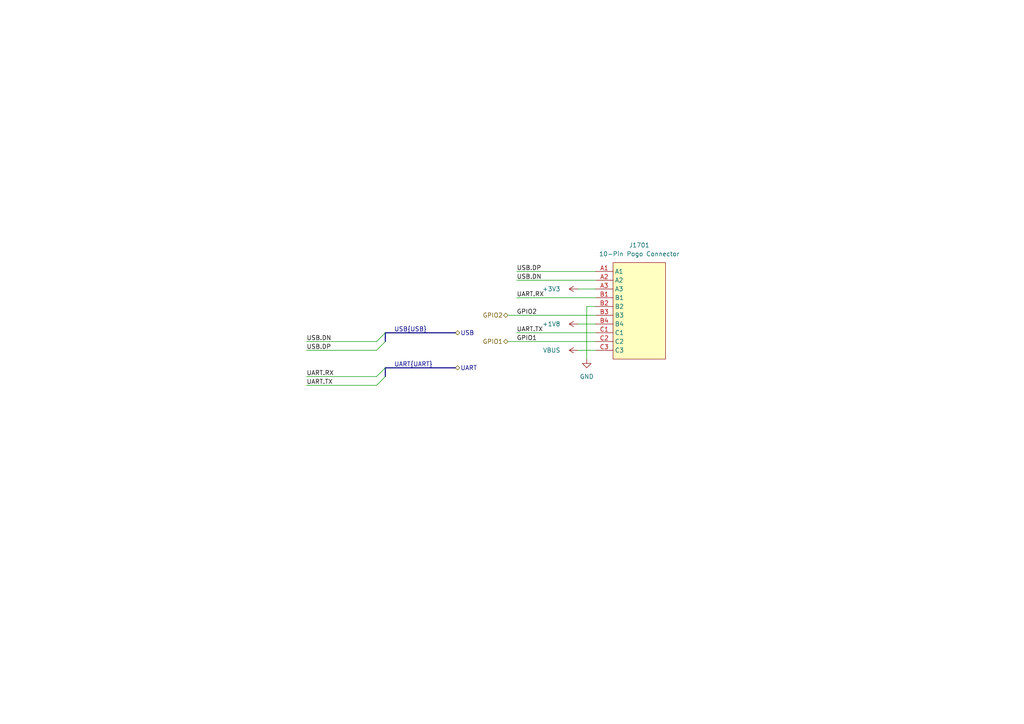
<source format=kicad_sch>
(kicad_sch (version 20230121) (generator eeschema)
  (paper "A4")
  (title_block (title "Watch Expansion Connector") (rev "1"))
  (lib_symbols
    (symbol "power:+1V8" (power) (pin_names (offset 0))
      (property "Value" "+1V8" (at 0 3.556 0))
      (symbol "+1V8_0_1"
        (polyline (pts (xy -0.762 1.27) (xy 0 2.54)))
        (polyline (pts (xy 0 0) (xy 0 2.54)))
        (polyline (pts (xy 0 2.54) (xy 0.762 1.27)))
      )
      (symbol "+1V8_1_1"
        (pin power_in line (at 0 0 90) (length 0) hide (name "+1V8") (number "1"))
      )
    )
    (symbol "power:+3V3" (power) (pin_names (offset 0))
      (property "Value" "+3V3" (at 0 3.556 0))
      (symbol "+3V3_0_1"
        (polyline (pts (xy -0.762 1.27) (xy 0 2.54)))
        (polyline (pts (xy 0 0) (xy 0 2.54)))
        (polyline (pts (xy 0 2.54) (xy 0.762 1.27)))
      )
      (symbol "+3V3_1_1"
        (pin power_in line (at 0 0 90) (length 0) hide (name "+3V3") (number "1"))
      )
    )
    (symbol "power:GND" (power) (pin_names (offset 0))
      (property "Value" "GND" (at 0 -3.81 0))
      (symbol "GND_0_1"
        (polyline (pts (xy 0 0) (xy 0 -1.27) (xy 1.27 -1.27) (xy 0 -2.54) (xy -1.27 -1.27) (xy 0 -1.27)))
      )
      (symbol "GND_1_1"
        (pin power_in line (at 0 0 270) (length 0) hide (name "GND") (number "1"))
      )
    )
    (symbol "power:VBUS" (power) (pin_names (offset 0))
      (property "Value" "VBUS" (at 0 3.81 0))
      (symbol "VBUS_0_1"
        (polyline (pts (xy -0.762 1.27) (xy 0 2.54)))
        (polyline (pts (xy 0 0) (xy 0 2.54)))
        (polyline (pts (xy 0 2.54) (xy 0.762 1.27)))
      )
      (symbol "VBUS_1_1"
        (pin power_in line (at 0 0 90) (length 0) hide (name "VBUS") (number "1"))
      )
    )
    (symbol "watch_symbols_lib:10-Pin_Pogo_Connector" (in_bom no)
      (property "Reference" "J" (at 0 17.78 0))
      (property "Value" "10-Pin Pogo Connector" (at 0 15.24 0))
      (symbol "10-Pin_Pogo_Connector_0_0"
        (pin passive line (at -12.7 10.16 0) (length 5.08) (name "A1") (number "A1"))
        (pin passive line (at -12.7 7.62 0) (length 5.08) (name "A2") (number "A2"))
        (pin passive line (at -12.7 5.08 0) (length 5.08) (name "A3") (number "A3"))
        (pin passive line (at -12.7 2.54 0) (length 5.08) (name "B1") (number "B1"))
        (pin passive line (at -12.7 0 0) (length 5.08) (name "B2") (number "B2"))
        (pin passive line (at -12.7 -2.54 0) (length 5.08) (name "B3") (number "B3"))
        (pin passive line (at -12.7 -5.08 0) (length 5.08) (name "B4") (number "B4"))
        (pin passive line (at -12.7 -7.62 0) (length 5.08) (name "C1") (number "C1"))
        (pin passive line (at -12.7 -10.16 0) (length 5.08) (name "C2") (number "C2"))
        (pin passive line (at -12.7 -12.7 0) (length 5.08) (name "C3") (number "C3"))
      )
      (symbol "10-Pin_Pogo_Connector_1_1"
        (rectangle (start -7.62 12.7) (end 7.62 -15.24) (fill (type background)))
      )
    )
  )
  (bus_entry (at 111.76 109.22) (size -2.54 2.54))
  (bus_entry (at 111.76 99.06) (size -2.54 2.54))
  (bus_entry (at 111.76 96.52) (size -2.54 2.54))
  (bus_entry (at 111.76 106.68) (size -2.54 2.54))
  (bus (pts (xy 111.76 96.52) (xy 132.08 96.52)))
  (wire (pts (xy 88.9 111.76) (xy 109.22 111.76)))
  (wire (pts (xy 172.72 78.74) (xy 149.86 78.74)))
  (bus (pts (xy 111.76 96.52) (xy 111.76 99.06)))
  (wire (pts (xy 170.18 88.9) (xy 170.18 104.14)))
  (wire (pts (xy 88.9 101.6) (xy 109.22 101.6)))
  (wire (pts (xy 149.86 86.36) (xy 172.72 86.36)))
  (wire (pts (xy 147.32 99.06) (xy 172.72 99.06)))
  (wire (pts (xy 167.64 83.82) (xy 172.72 83.82)))
  (bus (pts (xy 111.76 106.68) (xy 132.08 106.68)))
  (bus (pts (xy 111.76 106.68) (xy 111.76 109.22)))
  (wire (pts (xy 167.64 93.98) (xy 172.72 93.98)))
  (wire (pts (xy 172.72 81.28) (xy 149.86 81.28)))
  (wire (pts (xy 88.9 99.06) (xy 109.22 99.06)))
  (wire (pts (xy 149.86 96.52) (xy 172.72 96.52)))
  (wire (pts (xy 147.32 91.44) (xy 172.72 91.44)))
  (wire (pts (xy 167.64 101.6) (xy 172.72 101.6)))
  (wire (pts (xy 88.9 109.22) (xy 109.22 109.22)))
  (wire (pts (xy 170.18 88.9) (xy 172.72 88.9)))
  (label "USB.DP" (at 149.86 78.74 0))
  (label "GPIO2" (at 149.86 91.44 0))
  (label "UART.RX" (at 88.9 109.22 0))
  (label "USB.DN" (at 149.86 81.28 0))
  (label "UART{UART}" (at 114.3 106.68 0))
  (label "USB{USB}" (at 114.3 96.52 0))
  (label "UART.TX" (at 149.86 96.52 0))
  (label "UART.TX" (at 88.9 111.76 0))
  (label "GPIO1" (at 149.86 99.06 0))
  (label "UART.RX" (at 149.86 86.36 0))
  (label "USB.DN" (at 88.9 99.06 0))
  (label "USB.DP" (at 88.9 101.6 0))
  (hierarchical_label "UART" (shape bidirectional) (at 132.08 106.68 0) (property "DSI" "DSI" (effects hide)))
  (hierarchical_label "GPIO2" (shape bidirectional) (at 147.32 91.44 180))
  (hierarchical_label "GPIO1" (shape bidirectional) (at 147.32 99.06 180))
  (hierarchical_label "USB" (shape bidirectional) (at 132.08 96.52 0) (property "DSI" "DSI" (effects hide)))
  (symbol (lib_id "power:+1V8") (at 167.64 93.98 90) (unit 1)
    (property "Reference" "#PWR01703" (effects hide))
    (property "Value" "+1V8" (at 162.56 93.98 90) (effects (justify left)))
  )
  (symbol (lib_id "power:GND") (at 170.18 104.14 0) (unit 1)
    (property "Reference" "#PWR01705" (effects hide))
    (property "Value" "GND" (at 170.18 109.22 0))
  )
  (symbol (lib_id "power:+3V3") (at 167.64 83.82 90) (unit 1)
    (property "Reference" "#PWR01702" (effects hide))
    (property "Value" "+3V3" (at 162.56 83.82 90) (effects (justify left)))
  )
  (symbol (lib_id "watch_symbols_lib:10-Pin_Pogo_Connector") (at 185.42 88.9 0) (unit 1) (in_bom no)
    (property "Reference" "J1701" (at 185.42 71.12 0))
    (property "Value" "10-Pin Pogo Connector" (at 185.42 73.66 0))
    (property "Footprint" "watch_footprints:10-Pin Pogo Connector" (effects hide))
  )
  (symbol (lib_id "power:VBUS") (at 167.64 101.6 90) (unit 1)
    (property "Reference" "#PWR01704" (effects hide))
    (property "Value" "VBUS" (at 162.56 101.6 90) (effects (justify left)))
  )
)
</source>
